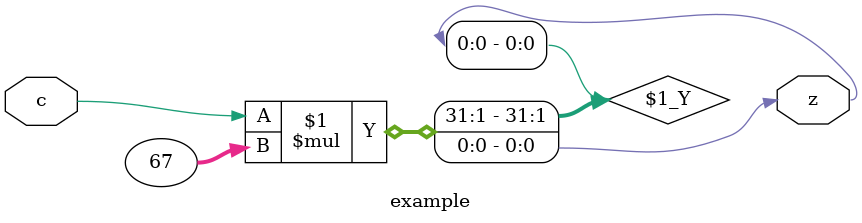
<source format=v>
module example
#(  parameter       BW = 64)
(
    input c,
    output z
);
    assign z = c * 67;
endmodule
</source>
